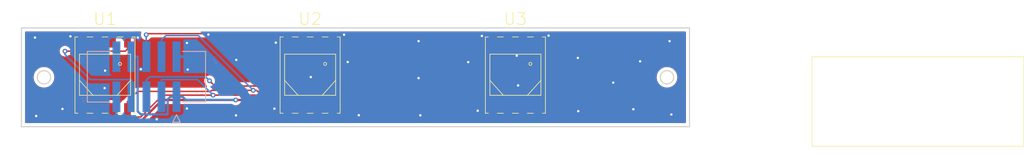
<source format=kicad_pcb>
(kicad_pcb (version 20171130) (host pcbnew "(5.1.5)-3")

  (general
    (thickness 1.6)
    (drawings 97)
    (tracks 162)
    (zones 0)
    (modules 4)
    (nets 18)
  )

  (page A4)
  (layers
    (0 F.Cu signal)
    (31 B.Cu signal)
    (32 B.Adhes user)
    (33 F.Adhes user)
    (34 B.Paste user)
    (35 F.Paste user)
    (36 B.SilkS user)
    (37 F.SilkS user)
    (38 B.Mask user)
    (39 F.Mask user)
    (40 Dwgs.User user)
    (41 Cmts.User user)
    (42 Eco1.User user)
    (43 Eco2.User user)
    (44 Edge.Cuts user)
    (45 Margin user)
    (46 B.CrtYd user)
    (47 F.CrtYd user)
    (48 B.Fab user)
    (49 F.Fab user)
  )

  (setup
    (last_trace_width 0.381)
    (user_trace_width 0.2032)
    (user_trace_width 0.254)
    (user_trace_width 0.381)
    (user_trace_width 0.508)
    (trace_clearance 0.2)
    (zone_clearance 0.508)
    (zone_45_only no)
    (trace_min 0.2)
    (via_size 0.8)
    (via_drill 0.4)
    (via_min_size 0.4)
    (via_min_drill 0.3)
    (uvia_size 0.3)
    (uvia_drill 0.1)
    (uvias_allowed no)
    (uvia_min_size 0.2)
    (uvia_min_drill 0.1)
    (edge_width 0.05)
    (segment_width 0.2)
    (pcb_text_width 0.3)
    (pcb_text_size 1.5 1.5)
    (mod_edge_width 0.12)
    (mod_text_size 1 1)
    (mod_text_width 0.15)
    (pad_size 1.524 1.524)
    (pad_drill 0.762)
    (pad_to_mask_clearance 0.051)
    (solder_mask_min_width 0.25)
    (aux_axis_origin 0 0)
    (visible_elements 7FFFFFFF)
    (pcbplotparams
      (layerselection 0x010fc_ffffffff)
      (usegerberextensions false)
      (usegerberattributes false)
      (usegerberadvancedattributes false)
      (creategerberjobfile false)
      (excludeedgelayer true)
      (linewidth 0.100000)
      (plotframeref false)
      (viasonmask false)
      (mode 1)
      (useauxorigin false)
      (hpglpennumber 1)
      (hpglpenspeed 20)
      (hpglpendiameter 15.000000)
      (psnegative false)
      (psa4output false)
      (plotreference true)
      (plotvalue true)
      (plotinvisibletext false)
      (padsonsilk false)
      (subtractmaskfromsilk false)
      (outputformat 1)
      (mirror false)
      (drillshape 1)
      (scaleselection 1)
      (outputdirectory ""))
  )

  (net 0 "")
  (net 1 "Net-(U1-Pad6)")
  (net 2 "Net-(U1-Pad7)")
  (net 3 "Net-(U1-Pad8)")
  (net 4 SS0)
  (net 5 SCLK)
  (net 6 MISO)
  (net 7 GND)
  (net 8 SS1)
  (net 9 "Net-(U2-Pad6)")
  (net 10 "Net-(U2-Pad7)")
  (net 11 "Net-(U2-Pad8)")
  (net 12 SS2)
  (net 13 "Net-(U3-Pad6)")
  (net 14 "Net-(U3-Pad7)")
  (net 15 "Net-(U3-Pad8)")
  (net 16 +3V3)
  (net 17 "Net-(J1-Pad10)")

  (net_class Default "This is the default net class."
    (clearance 0.2)
    (trace_width 0.25)
    (via_dia 0.8)
    (via_drill 0.4)
    (uvia_dia 0.3)
    (uvia_drill 0.1)
    (add_net +3V3)
    (add_net GND)
    (add_net MISO)
    (add_net "Net-(J1-Pad10)")
    (add_net "Net-(U1-Pad6)")
    (add_net "Net-(U1-Pad7)")
    (add_net "Net-(U1-Pad8)")
    (add_net "Net-(U2-Pad6)")
    (add_net "Net-(U2-Pad7)")
    (add_net "Net-(U2-Pad8)")
    (add_net "Net-(U3-Pad6)")
    (add_net "Net-(U3-Pad7)")
    (add_net "Net-(U3-Pad8)")
    (add_net SCLK)
    (add_net SS0)
    (add_net SS1)
    (add_net SS2)
  )

  (module "Pressure Sensor:SMT-NN" (layer F.Cu) (tedit 5DE832CD) (tstamp 5E2A3FE0)
    (at 99.213 94.615)
    (path /5E1EC52D)
    (fp_text reference U2 (at 0 -10.414) (layer F.SilkS)
      (effects (font (size 2 2) (thickness 0.15)))
    )
    (fp_text value PressureSensor (at 0 7.62) (layer F.Fab)
      (effects (font (size 2 2) (thickness 0.15)))
    )
    (fp_circle (center 2.54 -2.794) (end 2.54 -3.048) (layer F.SilkS) (width 0.12))
    (fp_line (start 2.032 2.54) (end 4.318 0) (layer F.SilkS) (width 0.12))
    (fp_line (start -4.318 0) (end -2.032 2.54) (layer F.SilkS) (width 0.12))
    (fp_line (start -4.318 2.54) (end -4.318 -4.45) (layer F.SilkS) (width 0.12))
    (fp_line (start 4.318 2.54) (end -4.318 2.54) (layer F.SilkS) (width 0.12))
    (fp_line (start 4.318 -4.45) (end 4.318 2.54) (layer F.SilkS) (width 0.12))
    (fp_line (start -4.318 -4.45) (end 4.318 -4.45) (layer F.SilkS) (width 0.12))
    (fp_line (start 5.08 5.588) (end 4.572 5.588) (layer F.SilkS) (width 0.12))
    (fp_line (start 5.08 -7.366) (end 5.08 5.588) (layer F.SilkS) (width 0.12))
    (fp_line (start 4.572 -7.366) (end 5.08 -7.366) (layer F.SilkS) (width 0.12))
    (fp_line (start 2.032 -7.366) (end 3.048 -7.366) (layer F.SilkS) (width 0.12))
    (fp_line (start -0.508 -7.366) (end 0.508 -7.366) (layer F.SilkS) (width 0.12))
    (fp_line (start -3.048 -7.366) (end -2.032 -7.366) (layer F.SilkS) (width 0.12))
    (fp_line (start -4.572 -7.366) (end -5.08 -7.366) (layer F.SilkS) (width 0.12))
    (fp_line (start -5.08 5.588) (end -5.08 -7.366) (layer F.SilkS) (width 0.12))
    (fp_line (start -4.826 5.588) (end -5.08 5.588) (layer F.SilkS) (width 0.12))
    (fp_line (start 2.032 5.588) (end 3.048 5.588) (layer F.SilkS) (width 0.12))
    (fp_line (start -0.508 5.588) (end 0.508 5.588) (layer F.SilkS) (width 0.12))
    (fp_line (start -2.032 5.588) (end -3.048 5.588) (layer F.SilkS) (width 0.12))
    (fp_line (start -4.826 5.588) (end -4.572 5.588) (layer F.SilkS) (width 0.12))
    (pad 5 smd rect (at 3.806 -6.582) (size 1.143 2.032) (layers F.Cu F.Paste F.Mask)
      (net 8 SS1))
    (pad 6 smd rect (at 1.266 -6.582) (size 1.143 2.032) (layers F.Cu F.Paste F.Mask)
      (net 9 "Net-(U2-Pad6)"))
    (pad 7 smd rect (at -1.274 -6.582) (size 1.143 2.032) (layers F.Cu F.Paste F.Mask)
      (net 10 "Net-(U2-Pad7)"))
    (pad 8 smd rect (at -3.814 -6.582) (size 1.143 2.032) (layers F.Cu F.Paste F.Mask)
      (net 11 "Net-(U2-Pad8)"))
    (pad 4 smd rect (at 3.806 4.878) (size 1.143 2.032) (layers F.Cu F.Paste F.Mask)
      (net 5 SCLK))
    (pad 3 smd rect (at 1.266 4.878) (size 1.143 2.032) (layers F.Cu F.Paste F.Mask)
      (net 6 MISO))
    (pad 2 smd rect (at -1.274 4.878) (size 1.143 2.032) (layers F.Cu F.Paste F.Mask)
      (net 16 +3V3))
    (pad 1 smd rect (at -3.814 4.878) (size 1.143 2.032) (layers F.Cu F.Paste F.Mask)
      (net 7 GND))
  )

  (module "Pressure Sensor:3M_N2510-6V0C-RB-WD" (layer B.Cu) (tedit 5E2A8F3F) (tstamp 5E337C80)
    (at 71.515 94 180)
    (path /5E33D397)
    (fp_text reference J1 (at 0.48349 7.58307 180) (layer B.SilkS)
      (effects (font (size 1.643008 1.643008) (thickness 0.015)) (justify mirror))
    )
    (fp_text value Conn_01x10 (at 14.378645 -7.405615 180) (layer B.Fab)
      (effects (font (size 1.643157 1.643157) (thickness 0.015)) (justify mirror))
    )
    (fp_line (start 6.0706 -4.2926) (end 10.0076 -4.2926) (layer B.SilkS) (width 0.1524))
    (fp_line (start -5.08 -6.4516) (end -4.445 -7.7216) (layer B.SilkS) (width 0.1524))
    (fp_line (start -4.445 -7.7216) (end -5.715 -7.7216) (layer B.SilkS) (width 0.1524))
    (fp_line (start -5.715 -7.7216) (end -5.08 -6.4516) (layer B.SilkS) (width 0.1524))
    (fp_line (start -10.0076 4.2926) (end -10.0076 -4.2926) (layer B.SilkS) (width 0.1524))
    (fp_line (start -10.0076 -4.2926) (end -6.0706 -4.2926) (layer B.SilkS) (width 0.1524))
    (fp_line (start 10.0076 -4.2926) (end 10.0076 4.2926) (layer B.SilkS) (width 0.1524))
    (fp_line (start 10.0076 4.2926) (end 6.0706 4.2926) (layer B.SilkS) (width 0.1524))
    (fp_line (start -6.0706 4.2926) (end -10.0076 4.2926) (layer B.SilkS) (width 0.1524))
    (fp_text user 2 (at -11.6636 2.76978 180) (layer B.SilkS)
      (effects (font (size 1.000425 1.000425) (thickness 0.015)) (justify mirror))
    )
    (fp_text user 1 (at -11.6808 -4.0463 180) (layer B.SilkS)
      (effects (font (size 1.001906 1.001906) (thickness 0.015)) (justify mirror))
    )
    (fp_text user 10 (at 10.5308 2.77259 180) (layer B.SilkS)
      (effects (font (size 1.001441 1.001441) (thickness 0.015)) (justify mirror))
    )
    (fp_text user 9 (at 10.5254 -4.04237 180) (layer B.SilkS)
      (effects (font (size 1.000937 1.000937) (thickness 0.015)) (justify mirror))
    )
    (fp_line (start -5.08 -6.4516) (end -4.445 -7.7216) (layer B.Fab) (width 0.1524))
    (fp_line (start -4.445 -7.7216) (end -5.715 -7.7216) (layer B.Fab) (width 0.1524))
    (fp_line (start -5.715 -7.7216) (end -5.08 -6.4516) (layer B.Fab) (width 0.1524))
    (fp_line (start -10.0076 4.2926) (end -10.0076 -4.2926) (layer B.Fab) (width 0.1524))
    (fp_line (start -10.0076 -4.2926) (end 10.0076 -4.2926) (layer B.Fab) (width 0.1524))
    (fp_line (start 10.0076 -4.2926) (end 10.0076 4.2926) (layer B.Fab) (width 0.1524))
    (fp_line (start 10.0076 4.2926) (end -10.0076 4.2926) (layer B.Fab) (width 0.1524))
    (fp_text user 2 (at -11.6783 2.77328 180) (layer B.Fab)
      (effects (font (size 1.001693 1.001693) (thickness 0.015)) (justify mirror))
    )
    (fp_text user 1 (at -11.675 -4.04429 180) (layer B.Fab)
      (effects (font (size 1.001409 1.001409) (thickness 0.015)) (justify mirror))
    )
    (fp_text user 10 (at 10.5308 2.77259 180) (layer B.Fab)
      (effects (font (size 1.001441 1.001441) (thickness 0.015)) (justify mirror))
    )
    (fp_text user 9 (at 10.5181 -4.03956 180) (layer B.Fab)
      (effects (font (size 1.000236 1.000236) (thickness 0.015)) (justify mirror))
    )
    (pad 1 smd rect (at -5.08 -3.4036 180) (size 1.3208 5.1816) (layers B.Cu B.Paste B.Mask)
      (net 16 +3V3))
    (pad 2 smd rect (at -5.08 3.4036 180) (size 1.3208 5.1816) (layers B.Cu B.Paste B.Mask)
      (net 7 GND))
    (pad 3 smd rect (at -2.54 -3.4036 180) (size 1.3208 5.1816) (layers B.Cu B.Paste B.Mask)
      (net 6 MISO))
    (pad 4 smd rect (at -2.54 3.4036 180) (size 1.3208 5.1816) (layers B.Cu B.Paste B.Mask)
      (net 5 SCLK))
    (pad 5 smd rect (at 0 -3.4036 180) (size 1.3208 5.1816) (layers B.Cu B.Paste B.Mask)
      (net 12 SS2))
    (pad 6 smd rect (at 0 3.4036 180) (size 1.3208 5.1816) (layers B.Cu B.Paste B.Mask)
      (net 8 SS1))
    (pad 7 smd rect (at 2.54 -3.4036 180) (size 1.3208 5.1816) (layers B.Cu B.Paste B.Mask)
      (net 4 SS0))
    (pad 8 smd rect (at 2.54 3.4036 180) (size 1.3208 5.1816) (layers B.Cu B.Paste B.Mask)
      (net 16 +3V3))
    (pad 9 smd rect (at 5.08 -3.4036 180) (size 1.3208 5.1816) (layers B.Cu B.Paste B.Mask)
      (net 7 GND))
    (pad 10 smd rect (at 5.08 3.4036 180) (size 1.3208 5.1816) (layers B.Cu B.Paste B.Mask)
      (net 17 "Net-(J1-Pad10)"))
  )

  (module "Pressure Sensor:SMT-NN" (layer F.Cu) (tedit 5DE832CD) (tstamp 5E218F53)
    (at 133.9342 94.615)
    (path /5E1ED1B9)
    (fp_text reference U3 (at 0 -10.414) (layer F.SilkS)
      (effects (font (size 2 2) (thickness 0.15)))
    )
    (fp_text value PressureSensor (at 0 7.62) (layer F.Fab)
      (effects (font (size 2 2) (thickness 0.15)))
    )
    (fp_circle (center 2.54 -2.794) (end 2.54 -3.048) (layer F.SilkS) (width 0.12))
    (fp_line (start 2.032 2.54) (end 4.318 0) (layer F.SilkS) (width 0.12))
    (fp_line (start -4.318 0) (end -2.032 2.54) (layer F.SilkS) (width 0.12))
    (fp_line (start -4.318 2.54) (end -4.318 -4.45) (layer F.SilkS) (width 0.12))
    (fp_line (start 4.318 2.54) (end -4.318 2.54) (layer F.SilkS) (width 0.12))
    (fp_line (start 4.318 -4.45) (end 4.318 2.54) (layer F.SilkS) (width 0.12))
    (fp_line (start -4.318 -4.45) (end 4.318 -4.45) (layer F.SilkS) (width 0.12))
    (fp_line (start 5.08 5.588) (end 4.572 5.588) (layer F.SilkS) (width 0.12))
    (fp_line (start 5.08 -7.366) (end 5.08 5.588) (layer F.SilkS) (width 0.12))
    (fp_line (start 4.572 -7.366) (end 5.08 -7.366) (layer F.SilkS) (width 0.12))
    (fp_line (start 2.032 -7.366) (end 3.048 -7.366) (layer F.SilkS) (width 0.12))
    (fp_line (start -0.508 -7.366) (end 0.508 -7.366) (layer F.SilkS) (width 0.12))
    (fp_line (start -3.048 -7.366) (end -2.032 -7.366) (layer F.SilkS) (width 0.12))
    (fp_line (start -4.572 -7.366) (end -5.08 -7.366) (layer F.SilkS) (width 0.12))
    (fp_line (start -5.08 5.588) (end -5.08 -7.366) (layer F.SilkS) (width 0.12))
    (fp_line (start -4.826 5.588) (end -5.08 5.588) (layer F.SilkS) (width 0.12))
    (fp_line (start 2.032 5.588) (end 3.048 5.588) (layer F.SilkS) (width 0.12))
    (fp_line (start -0.508 5.588) (end 0.508 5.588) (layer F.SilkS) (width 0.12))
    (fp_line (start -2.032 5.588) (end -3.048 5.588) (layer F.SilkS) (width 0.12))
    (fp_line (start -4.826 5.588) (end -4.572 5.588) (layer F.SilkS) (width 0.12))
    (pad 5 smd rect (at 3.806 -6.582) (size 1.143 2.032) (layers F.Cu F.Paste F.Mask)
      (net 12 SS2))
    (pad 6 smd rect (at 1.266 -6.582) (size 1.143 2.032) (layers F.Cu F.Paste F.Mask)
      (net 13 "Net-(U3-Pad6)"))
    (pad 7 smd rect (at -1.274 -6.582) (size 1.143 2.032) (layers F.Cu F.Paste F.Mask)
      (net 14 "Net-(U3-Pad7)"))
    (pad 8 smd rect (at -3.814 -6.582) (size 1.143 2.032) (layers F.Cu F.Paste F.Mask)
      (net 15 "Net-(U3-Pad8)"))
    (pad 4 smd rect (at 3.806 4.878) (size 1.143 2.032) (layers F.Cu F.Paste F.Mask)
      (net 5 SCLK))
    (pad 3 smd rect (at 1.266 4.878) (size 1.143 2.032) (layers F.Cu F.Paste F.Mask)
      (net 6 MISO))
    (pad 2 smd rect (at -1.274 4.878) (size 1.143 2.032) (layers F.Cu F.Paste F.Mask)
      (net 16 +3V3))
    (pad 1 smd rect (at -3.814 4.878) (size 1.143 2.032) (layers F.Cu F.Paste F.Mask)
      (net 7 GND))
  )

  (module "Pressure Sensor:SMT-NN" (layer F.Cu) (tedit 5DE832CD) (tstamp 5E2A3C2B)
    (at 64.49968 94.6138)
    (path /5E1F0183)
    (fp_text reference U1 (at 0 -10.414) (layer F.SilkS)
      (effects (font (size 2 2) (thickness 0.15)))
    )
    (fp_text value PressureSensor (at 0 7.62) (layer F.Fab)
      (effects (font (size 2 2) (thickness 0.15)))
    )
    (fp_circle (center 2.54 -2.794) (end 2.54 -3.048) (layer F.SilkS) (width 0.12))
    (fp_line (start 2.032 2.54) (end 4.318 0) (layer F.SilkS) (width 0.12))
    (fp_line (start -4.318 0) (end -2.032 2.54) (layer F.SilkS) (width 0.12))
    (fp_line (start -4.318 2.54) (end -4.318 -4.45) (layer F.SilkS) (width 0.12))
    (fp_line (start 4.318 2.54) (end -4.318 2.54) (layer F.SilkS) (width 0.12))
    (fp_line (start 4.318 -4.45) (end 4.318 2.54) (layer F.SilkS) (width 0.12))
    (fp_line (start -4.318 -4.45) (end 4.318 -4.45) (layer F.SilkS) (width 0.12))
    (fp_line (start 5.08 5.588) (end 4.572 5.588) (layer F.SilkS) (width 0.12))
    (fp_line (start 5.08 -7.366) (end 5.08 5.588) (layer F.SilkS) (width 0.12))
    (fp_line (start 4.572 -7.366) (end 5.08 -7.366) (layer F.SilkS) (width 0.12))
    (fp_line (start 2.032 -7.366) (end 3.048 -7.366) (layer F.SilkS) (width 0.12))
    (fp_line (start -0.508 -7.366) (end 0.508 -7.366) (layer F.SilkS) (width 0.12))
    (fp_line (start -3.048 -7.366) (end -2.032 -7.366) (layer F.SilkS) (width 0.12))
    (fp_line (start -4.572 -7.366) (end -5.08 -7.366) (layer F.SilkS) (width 0.12))
    (fp_line (start -5.08 5.588) (end -5.08 -7.366) (layer F.SilkS) (width 0.12))
    (fp_line (start -4.826 5.588) (end -5.08 5.588) (layer F.SilkS) (width 0.12))
    (fp_line (start 2.032 5.588) (end 3.048 5.588) (layer F.SilkS) (width 0.12))
    (fp_line (start -0.508 5.588) (end 0.508 5.588) (layer F.SilkS) (width 0.12))
    (fp_line (start -2.032 5.588) (end -3.048 5.588) (layer F.SilkS) (width 0.12))
    (fp_line (start -4.826 5.588) (end -4.572 5.588) (layer F.SilkS) (width 0.12))
    (pad 5 smd rect (at 3.806 -6.582) (size 1.143 2.032) (layers F.Cu F.Paste F.Mask)
      (net 4 SS0))
    (pad 6 smd rect (at 1.266 -6.582) (size 1.143 2.032) (layers F.Cu F.Paste F.Mask)
      (net 1 "Net-(U1-Pad6)"))
    (pad 7 smd rect (at -1.274 -6.582) (size 1.143 2.032) (layers F.Cu F.Paste F.Mask)
      (net 2 "Net-(U1-Pad7)"))
    (pad 8 smd rect (at -3.814 -6.582) (size 1.143 2.032) (layers F.Cu F.Paste F.Mask)
      (net 3 "Net-(U1-Pad8)"))
    (pad 4 smd rect (at 3.806 4.878) (size 1.143 2.032) (layers F.Cu F.Paste F.Mask)
      (net 5 SCLK))
    (pad 3 smd rect (at 1.266 4.878) (size 1.143 2.032) (layers F.Cu F.Paste F.Mask)
      (net 6 MISO))
    (pad 2 smd rect (at -1.274 4.878) (size 1.143 2.032) (layers F.Cu F.Paste F.Mask)
      (net 16 +3V3))
    (pad 1 smd rect (at -3.814 4.878) (size 1.143 2.032) (layers F.Cu F.Paste F.Mask)
      (net 7 GND))
  )

  (gr_line (start 163.3946 85.713125) (end 50.364601 85.713125) (layer Edge.Cuts) (width 0.2))
  (gr_line (start 135.9372 87.038116) (end 135.9372 90.218116) (layer Dwgs.User) (width 0.2))
  (gr_line (start 138.2486 87.038116) (end 138.2486 90.218116) (layer Dwgs.User) (width 0.2))
  (gr_line (start 133.1686 100.378116) (end 133.3972 100.378116) (layer Dwgs.User) (width 0.2))
  (gr_line (start 138.2486 100.378116) (end 138.4772 100.378116) (layer Dwgs.User) (width 0.2))
  (gr_line (start 98.116601 100.378116) (end 98.345201 100.378116) (layer Dwgs.User) (width 0.2))
  (gr_line (start 95.805201 97.208116) (end 95.805201 100.378116) (layer Dwgs.User) (width 0.2))
  (gr_line (start 95.576601 100.378116) (end 95.805201 100.378116) (layer Dwgs.User) (width 0.2))
  (gr_line (start 95.576601 87.038116) (end 95.576601 90.218116) (layer Dwgs.User) (width 0.2))
  (gr_line (start 60.524601 87.038116) (end 60.524601 90.218116) (layer Dwgs.User) (width 0.2))
  (gr_line (start 139.181266 87.038116) (end 128.681266 87.038116) (layer Dwgs.User) (width 0.2))
  (gr_line (start 133.3972 87.038116) (end 133.3972 90.218116) (layer Dwgs.User) (width 0.2))
  (gr_line (start 138.2486 97.208116) (end 138.2486 100.378116) (layer Dwgs.User) (width 0.2))
  (gr_line (start 133.1686 97.208116) (end 133.1686 100.378116) (layer Dwgs.User) (width 0.2))
  (gr_line (start 95.576601 97.208116) (end 95.576601 100.378116) (layer Dwgs.User) (width 0.2))
  (gr_line (start 135.7086 100.378116) (end 135.9372 100.378116) (layer Dwgs.User) (width 0.2))
  (gr_line (start 104.467934 87.038116) (end 93.967934 87.038116) (layer Dwgs.User) (width 0.2))
  (gr_line (start 98.116601 87.038116) (end 98.116601 90.218116) (layer Dwgs.User) (width 0.2))
  (gr_line (start 95.805201 87.038116) (end 95.805201 90.218116) (layer Dwgs.User) (width 0.2))
  (gr_line (start 100.885201 87.038116) (end 100.885201 90.218116) (layer Dwgs.User) (width 0.2))
  (gr_line (start 103.196601 87.038116) (end 103.196601 90.218116) (layer Dwgs.User) (width 0.2))
  (gr_line (start 135.9372 97.208116) (end 135.9372 100.378116) (layer Dwgs.User) (width 0.2))
  (gr_line (start 138.4772 87.038116) (end 138.4772 90.218116) (layer Dwgs.User) (width 0.2))
  (gr_line (start 135.7086 97.208116) (end 135.7086 100.378116) (layer Dwgs.User) (width 0.2))
  (gr_line (start 135.7086 87.038116) (end 135.7086 90.218116) (layer Dwgs.User) (width 0.2))
  (gr_line (start 128.681266 100.388116) (end 139.181266 100.388116) (layer Dwgs.User) (width 0.2))
  (gr_line (start 130.6286 97.208116) (end 130.6286 100.378116) (layer Dwgs.User) (width 0.2))
  (gr_line (start 138.4772 97.208116) (end 138.4772 100.378116) (layer Dwgs.User) (width 0.2))
  (gr_line (start 133.3972 97.208116) (end 133.3972 100.378116) (layer Dwgs.User) (width 0.2))
  (gr_line (start 130.6286 87.038116) (end 130.6286 90.218116) (layer Dwgs.User) (width 0.2))
  (gr_line (start 63.293201 87.038116) (end 63.293201 90.218116) (layer Dwgs.User) (width 0.2))
  (gr_line (start 103.425201 87.038116) (end 103.425201 90.218116) (layer Dwgs.User) (width 0.2))
  (gr_line (start 59.254601 96.700116) (end 69.754601 96.700116) (layer Dwgs.User) (width 0.2))
  (gr_line (start 133.1686 87.038116) (end 133.1686 90.218116) (layer Dwgs.User) (width 0.2))
  (gr_line (start 93.967934 90.218116) (end 104.467934 90.218116) (layer Dwgs.User) (width 0.2))
  (gr_line (start 100.656601 87.038116) (end 100.656601 90.218116) (layer Dwgs.User) (width 0.2))
  (gr_line (start 69.754601 90.726116) (end 59.254601 90.726116) (layer Dwgs.User) (width 0.2))
  (gr_line (start 59.254601 90.218116) (end 69.754601 90.218116) (layer Dwgs.User) (width 0.2))
  (gr_line (start 104.467934 100.388116) (end 104.467934 87.038116) (layer Dwgs.User) (width 0.2))
  (gr_line (start 104.467934 97.208116) (end 93.967934 97.208116) (layer Dwgs.User) (width 0.2))
  (gr_line (start 128.681266 87.038116) (end 128.681266 100.388116) (layer Dwgs.User) (width 0.2))
  (gr_line (start 139.181266 97.208116) (end 128.681266 97.208116) (layer Dwgs.User) (width 0.2))
  (gr_line (start 104.467934 90.726116) (end 93.967934 90.726116) (layer Dwgs.User) (width 0.2))
  (gr_line (start 139.181266 90.726116) (end 128.681266 90.726116) (layer Dwgs.User) (width 0.2))
  (gr_line (start 128.681266 90.218116) (end 139.181266 90.218116) (layer Dwgs.User) (width 0.2))
  (gr_circle (center 54.174601 94.095125) (end 55.304901 94.095125) (layer Edge.Cuts) (width 0.2))
  (gr_line (start 130.8572 97.208116) (end 130.8572 100.378116) (layer Dwgs.User) (width 0.2))
  (gr_line (start 130.6286 100.378116) (end 130.8572 100.378116) (layer Dwgs.User) (width 0.2))
  (gr_line (start 59.254601 87.038116) (end 59.254601 100.388116) (layer Dwgs.User) (width 0.2))
  (gr_line (start 128.681266 96.700116) (end 139.181266 96.700116) (layer Dwgs.User) (width 0.2))
  (gr_line (start 65.604601 87.038116) (end 65.604601 90.218116) (layer Dwgs.User) (width 0.2))
  (gr_line (start 130.8572 87.038116) (end 130.8572 90.218116) (layer Dwgs.User) (width 0.2))
  (gr_line (start 69.754601 100.388116) (end 69.754601 87.038116) (layer Dwgs.User) (width 0.2))
  (gr_line (start 93.967934 96.700116) (end 104.467934 96.700116) (layer Dwgs.User) (width 0.2))
  (gr_circle (center 159.5846 94.095125) (end 160.7149 94.095125) (layer Edge.Cuts) (width 0.2))
  (gr_line (start 98.345201 87.038116) (end 98.345201 90.218116) (layer Dwgs.User) (width 0.2))
  (gr_circle (center 134.057386 93.713116) (end 134.311386 93.713116) (layer Dwgs.User) (width 0.2))
  (gr_line (start 63.064601 87.038116) (end 63.064601 90.218116) (layer Dwgs.User) (width 0.2))
  (gr_circle (center 99.280994 93.713116) (end 99.534994 93.713116) (layer Dwgs.User) (width 0.2))
  (gr_line (start 60.753201 87.038116) (end 60.753201 90.218116) (layer Dwgs.User) (width 0.2))
  (gr_line (start 69.754601 97.208116) (end 59.254601 97.208116) (layer Dwgs.User) (width 0.2))
  (gr_line (start 93.967934 87.038116) (end 93.967934 100.388116) (layer Dwgs.User) (width 0.2))
  (gr_line (start 139.181266 100.388116) (end 139.181266 87.038116) (layer Dwgs.User) (width 0.2))
  (gr_circle (center 64.504601 93.713116) (end 64.758601 93.713116) (layer Dwgs.User) (width 0.2))
  (gr_line (start 63.064601 100.378116) (end 63.064601 97.208116) (layer Dwgs.User) (width 0.2))
  (gr_line (start 63.064601 100.378116) (end 63.293201 100.378116) (layer Dwgs.User) (width 0.2))
  (gr_line (start 98.116601 97.208116) (end 98.116601 100.378116) (layer Dwgs.User) (width 0.2))
  (gr_line (start 65.604601 100.378116) (end 65.833201 100.378116) (layer Dwgs.User) (width 0.2))
  (gr_line (start 69.754601 87.038116) (end 59.254601 87.038116) (layer Dwgs.User) (width 0.2))
  (gr_line (start 100.885201 97.208116) (end 100.885201 100.378116) (layer Dwgs.User) (width 0.2))
  (gr_line (start 68.144601 87.038116) (end 68.144601 90.218116) (layer Dwgs.User) (width 0.2))
  (gr_line (start 103.196601 97.208116) (end 103.196601 100.378116) (layer Dwgs.User) (width 0.2))
  (gr_line (start 65.833201 87.038116) (end 65.833201 90.218116) (layer Dwgs.User) (width 0.2))
  (gr_line (start 103.196601 100.378116) (end 103.425201 100.378116) (layer Dwgs.User) (width 0.2))
  (gr_line (start 68.144601 100.378116) (end 68.373201 100.378116) (layer Dwgs.User) (width 0.2))
  (gr_line (start 163.3946 102.477125) (end 163.3946 85.713125) (layer Edge.Cuts) (width 0.2))
  (gr_line (start 65.833201 100.378116) (end 65.833201 97.208116) (layer Dwgs.User) (width 0.2))
  (gr_line (start 50.364601 102.477125) (end 163.3946 102.477125) (layer Edge.Cuts) (width 0.2))
  (gr_line (start 59.254601 100.388116) (end 69.754601 100.388116) (layer Dwgs.User) (width 0.2))
  (gr_line (start 100.656601 97.208116) (end 100.656601 100.378116) (layer Dwgs.User) (width 0.2))
  (gr_line (start 65.604601 100.378116) (end 65.604601 97.208116) (layer Dwgs.User) (width 0.2))
  (gr_line (start 93.967934 100.388116) (end 104.467934 100.388116) (layer Dwgs.User) (width 0.2))
  (gr_line (start 63.293201 100.378116) (end 63.293201 97.208116) (layer Dwgs.User) (width 0.2))
  (gr_line (start 103.425201 97.208116) (end 103.425201 100.378116) (layer Dwgs.User) (width 0.2))
  (gr_line (start 50.364601 85.713125) (end 50.364601 102.477125) (layer Edge.Cuts) (width 0.2))
  (gr_line (start 68.373201 87.038116) (end 68.373201 90.218116) (layer Dwgs.User) (width 0.2))
  (gr_line (start 60.753201 100.378116) (end 60.753201 97.208116) (layer Dwgs.User) (width 0.2))
  (gr_line (start 60.524601 100.378116) (end 60.524601 97.208116) (layer Dwgs.User) (width 0.2))
  (gr_line (start 98.345201 97.208116) (end 98.345201 100.378116) (layer Dwgs.User) (width 0.2))
  (gr_line (start 100.656601 100.378116) (end 100.885201 100.378116) (layer Dwgs.User) (width 0.2))
  (gr_line (start 68.144601 100.378116) (end 68.144601 97.208116) (layer Dwgs.User) (width 0.2))
  (gr_line (start 60.524601 100.378116) (end 60.753201 100.378116) (layer Dwgs.User) (width 0.2))
  (gr_line (start 68.373201 100.378116) (end 68.373201 97.208116) (layer Dwgs.User) (width 0.2))
  (gr_line (start 184.15 105.802) (end 219.95 105.802) (layer F.SilkS) (width 0.12) (tstamp 5E219427))
  (gr_line (start 184.15 90.602) (end 219.95 90.602) (layer F.SilkS) (width 0.12))
  (gr_line (start 219.95 90.602) (end 219.95 105.802) (layer F.SilkS) (width 0.12) (tstamp 5E21941D))
  (gr_line (start 184.15 90.602) (end 184.15 105.802) (layer F.SilkS) (width 0.12))

  (via (at 57.7342 89.662) (size 0.8) (drill 0.4) (layers F.Cu B.Cu) (net 4))
  (segment (start 68.30568 88.0318) (end 68.30568 89.3018) (width 0.254) (layer F.Cu) (net 4))
  (segment (start 67.94548 89.662) (end 57.7342 89.662) (width 0.254) (layer F.Cu) (net 4))
  (segment (start 68.30568 89.3018) (end 67.94548 89.662) (width 0.254) (layer F.Cu) (net 4))
  (segment (start 68.975 94.5588) (end 68.975 97.4036) (width 0.254) (layer B.Cu) (net 4))
  (segment (start 68.901999 94.485799) (end 68.975 94.5588) (width 0.254) (layer B.Cu) (net 4))
  (segment (start 61.992314 94.485799) (end 68.901999 94.485799) (width 0.254) (layer B.Cu) (net 4))
  (segment (start 57.7342 90.227685) (end 61.992314 94.485799) (width 0.254) (layer B.Cu) (net 4))
  (segment (start 57.7342 89.662) (end 57.7342 90.227685) (width 0.254) (layer B.Cu) (net 4))
  (segment (start 103.019 98.223) (end 103.019 99.493) (width 0.254) (layer F.Cu) (net 5))
  (via (at 89.5858 96.30721) (size 0.8) (drill 0.4) (layers F.Cu B.Cu) (net 5))
  (segment (start 89.6112 96.1136) (end 89.6112 96.28181) (width 0.254) (layer F.Cu) (net 5))
  (segment (start 74.055 90.5964) (end 74.055 87.7516) (width 0.254) (layer B.Cu) (net 5))
  (segment (start 74.055 87.7516) (end 74.7862 87.0204) (width 0.254) (layer B.Cu) (net 5))
  (segment (start 80.29899 87.0204) (end 89.185801 95.907211) (width 0.254) (layer B.Cu) (net 5))
  (segment (start 74.7862 87.0204) (end 80.29899 87.0204) (width 0.254) (layer B.Cu) (net 5))
  (segment (start 89.6112 96.28181) (end 89.5858 96.30721) (width 0.254) (layer F.Cu) (net 5))
  (segment (start 89.185801 95.907211) (end 89.5858 96.30721) (width 0.254) (layer B.Cu) (net 5))
  (segment (start 82.38416 96.485001) (end 82.561951 96.30721) (width 0.254) (layer F.Cu) (net 5))
  (segment (start 70.042479 96.485001) (end 82.38416 96.485001) (width 0.254) (layer F.Cu) (net 5))
  (segment (start 68.30568 98.2218) (end 70.042479 96.485001) (width 0.254) (layer F.Cu) (net 5))
  (segment (start 82.561951 96.30721) (end 89.020115 96.30721) (width 0.254) (layer F.Cu) (net 5))
  (segment (start 89.020115 96.30721) (end 89.5858 96.30721) (width 0.254) (layer F.Cu) (net 5))
  (segment (start 68.30568 99.4918) (end 68.30568 98.2218) (width 0.254) (layer F.Cu) (net 5))
  (segment (start 137.7402 98.223) (end 137.7402 99.493) (width 0.254) (layer F.Cu) (net 5))
  (segment (start 136.596 97.0788) (end 137.7402 98.223) (width 0.254) (layer F.Cu) (net 5))
  (segment (start 103.019 98.223) (end 104.1632 97.0788) (width 0.254) (layer F.Cu) (net 5))
  (segment (start 104.1632 97.0788) (end 136.596 97.0788) (width 0.254) (layer F.Cu) (net 5))
  (segment (start 90.821475 96.9772) (end 90.151485 96.30721) (width 0.254) (layer F.Cu) (net 5))
  (segment (start 101.7732 96.9772) (end 90.821475 96.9772) (width 0.254) (layer F.Cu) (net 5))
  (segment (start 103.019 98.223) (end 101.7732 96.9772) (width 0.254) (layer F.Cu) (net 5))
  (segment (start 90.151485 96.30721) (end 89.5858 96.30721) (width 0.254) (layer F.Cu) (net 5))
  (segment (start 74.055 97.4036) (end 74.055 94.5588) (width 0.254) (layer B.Cu) (net 6))
  (via (at 82.793235 97.12649) (size 0.8) (drill 0.4) (layers F.Cu B.Cu) (net 6))
  (segment (start 80.152544 94.485799) (end 82.393236 96.726491) (width 0.254) (layer B.Cu) (net 6))
  (segment (start 74.128001 94.485799) (end 80.152544 94.485799) (width 0.254) (layer B.Cu) (net 6))
  (segment (start 74.055 94.5588) (end 74.128001 94.485799) (width 0.254) (layer B.Cu) (net 6))
  (segment (start 65.76568 100.7618) (end 65.838681 100.834801) (width 0.254) (layer F.Cu) (net 6))
  (segment (start 74.254378 97.12649) (end 82.22755 97.12649) (width 0.254) (layer F.Cu) (net 6))
  (segment (start 82.22755 97.12649) (end 82.793235 97.12649) (width 0.254) (layer F.Cu) (net 6))
  (segment (start 82.393236 96.726491) (end 82.793235 97.12649) (width 0.254) (layer B.Cu) (net 6))
  (segment (start 70.546067 100.834801) (end 74.254378 97.12649) (width 0.254) (layer F.Cu) (net 6))
  (segment (start 65.76568 99.4918) (end 65.76568 100.7618) (width 0.254) (layer F.Cu) (net 6))
  (segment (start 65.838681 100.834801) (end 70.546067 100.834801) (width 0.254) (layer F.Cu) (net 6))
  (segment (start 104.521 98.171) (end 104.521 100.167102) (width 0.254) (layer F.Cu) (net 6))
  (segment (start 100.552001 100.836001) (end 100.479 100.763) (width 0.254) (layer F.Cu) (net 6))
  (segment (start 100.479 100.763) (end 100.479 99.493) (width 0.254) (layer F.Cu) (net 6))
  (segment (start 135.2002 99.493) (end 135.2002 98.223) (width 0.254) (layer F.Cu) (net 6))
  (segment (start 104.521 100.167102) (end 103.852101 100.836001) (width 0.254) (layer F.Cu) (net 6))
  (segment (start 105.159189 97.532811) (end 104.521 98.171) (width 0.254) (layer F.Cu) (net 6))
  (segment (start 103.852101 100.836001) (end 100.552001 100.836001) (width 0.254) (layer F.Cu) (net 6))
  (segment (start 134.510011 97.532811) (end 105.159189 97.532811) (width 0.254) (layer F.Cu) (net 6))
  (segment (start 135.2002 98.223) (end 134.510011 97.532811) (width 0.254) (layer F.Cu) (net 6))
  (segment (start 100.479 98.223) (end 99.68721 97.43121) (width 0.254) (layer F.Cu) (net 6))
  (segment (start 90.633417 97.43121) (end 90.328697 97.12649) (width 0.254) (layer F.Cu) (net 6))
  (segment (start 100.479 99.493) (end 100.479 98.223) (width 0.254) (layer F.Cu) (net 6))
  (segment (start 90.328697 97.12649) (end 83.35892 97.12649) (width 0.254) (layer F.Cu) (net 6))
  (segment (start 83.35892 97.12649) (end 82.793235 97.12649) (width 0.254) (layer F.Cu) (net 6))
  (segment (start 99.68721 97.43121) (end 90.633417 97.43121) (width 0.254) (layer F.Cu) (net 6))
  (via (at 105.5624 91.4908) (size 0.8) (drill 0.4) (layers F.Cu B.Cu) (net 7))
  (via (at 93.1672 99.4156) (size 0.8) (drill 0.4) (layers F.Cu B.Cu) (net 7))
  (via (at 73.2536 101.219) (size 0.8) (drill 0.4) (layers F.Cu B.Cu) (net 7))
  (via (at 107.442 100.5332) (size 0.8) (drill 0.4) (layers F.Cu B.Cu) (net 7))
  (via (at 52.8574 100.6602) (size 0.8) (drill 0.4) (layers F.Cu B.Cu) (net 7))
  (via (at 52.6542 87.3506) (size 0.8) (drill 0.4) (layers F.Cu B.Cu) (net 7))
  (via (at 160.02 87.9602) (size 0.8) (drill 0.4) (layers F.Cu B.Cu) (net 7))
  (via (at 160.3248 100.4062) (size 0.8) (drill 0.4) (layers F.Cu B.Cu) (net 7))
  (via (at 93.3958 88.2142) (size 0.8) (drill 0.4) (layers F.Cu B.Cu) (net 7))
  (via (at 57.3024 99.4664) (size 0.8) (drill 0.4) (layers F.Cu B.Cu) (net 7))
  (via (at 58.6486 87.1474) (size 0.8) (drill 0.4) (layers F.Cu B.Cu) (net 7))
  (via (at 70.0532 87.3506) (size 0.8) (drill 0.4) (layers F.Cu B.Cu) (net 7))
  (via (at 127.5588 99.7712) (size 0.8) (drill 0.4) (layers F.Cu B.Cu) (net 7))
  (via (at 134.3914 95.4786) (size 0.8) (drill 0.4) (layers F.Cu B.Cu) (net 7))
  (via (at 134.1628 90.424) (size 0.8) (drill 0.4) (layers F.Cu B.Cu) (net 7))
  (via (at 78.359 88.265) (size 0.8) (drill 0.4) (layers F.Cu B.Cu) (net 7))
  (via (at 78.486 92.7862) (size 0.8) (drill 0.4) (layers F.Cu B.Cu) (net 7))
  (via (at 78.359 99.3902) (size 0.8) (drill 0.4) (layers F.Cu B.Cu) (net 7))
  (via (at 64.4398 95.9358) (size 0.8) (drill 0.4) (layers F.Cu B.Cu) (net 7))
  (via (at 64.516 92.964) (size 0.8) (drill 0.4) (layers F.Cu B.Cu) (net 7))
  (via (at 139.5476 87.0204) (size 0.8) (drill 0.4) (layers F.Cu B.Cu) (net 7))
  (via (at 128.27 87.0712) (size 0.8) (drill 0.4) (layers F.Cu B.Cu) (net 7))
  (via (at 117.5512 94.234) (size 0.8) (drill 0.4) (layers F.Cu B.Cu) (net 7))
  (via (at 117.5512 87.9602) (size 0.8) (drill 0.4) (layers F.Cu B.Cu) (net 7))
  (via (at 104.9528 86.868) (size 0.8) (drill 0.4) (layers F.Cu B.Cu) (net 7))
  (via (at 86.7156 91.1352) (size 0.8) (drill 0.4) (layers F.Cu B.Cu) (net 7))
  (via (at 86.6648 100.5586) (size 0.8) (drill 0.4) (layers F.Cu B.Cu) (net 7))
  (via (at 70.5612 92.7354) (size 0.8) (drill 0.4) (layers F.Cu B.Cu) (net 7))
  (via (at 117.856 100.5586) (size 0.8) (drill 0.4) (layers F.Cu B.Cu) (net 7))
  (via (at 125.9586 91.5162) (size 0.8) (drill 0.4) (layers F.Cu B.Cu) (net 7))
  (via (at 99.314 94.0562) (size 0.8) (drill 0.4) (layers F.Cu B.Cu) (net 7))
  (via (at 144.5006 90.805) (size 0.8) (drill 0.4) (layers F.Cu B.Cu) (net 7))
  (via (at 150.495 94.996) (size 0.8) (drill 0.4) (layers F.Cu B.Cu) (net 7))
  (via (at 144.5768 99.8474) (size 0.8) (drill 0.4) (layers F.Cu B.Cu) (net 7))
  (via (at 153.8986 99.5172) (size 0.8) (drill 0.4) (layers F.Cu B.Cu) (net 7))
  (via (at 155.0416 91.3892) (size 0.8) (drill 0.4) (layers F.Cu B.Cu) (net 7))
  (via (at 81.9912 86.8426) (size 0.8) (drill 0.4) (layers F.Cu B.Cu) (net 7))
  (via (at 71.4756 86.868) (size 0.8) (drill 0.4) (layers F.Cu B.Cu) (net 8))
  (segment (start 71.4756 90.557) (end 71.515 90.5964) (width 0.254) (layer B.Cu) (net 8))
  (segment (start 71.4756 86.868) (end 71.4756 90.557) (width 0.254) (layer B.Cu) (net 8))
  (segment (start 94.565698 86.6902) (end 71.6534 86.6902) (width 0.254) (layer F.Cu) (net 8))
  (segment (start 94.565899 86.689999) (end 94.565698 86.6902) (width 0.254) (layer F.Cu) (net 8))
  (segment (start 96.232101 86.689999) (end 94.565899 86.689999) (width 0.254) (layer F.Cu) (net 8))
  (segment (start 96.232302 86.6902) (end 96.232101 86.689999) (width 0.254) (layer F.Cu) (net 8))
  (segment (start 101.312302 86.6902) (end 101.312101 86.689999) (width 0.254) (layer F.Cu) (net 8))
  (segment (start 102.9462 86.6902) (end 101.312302 86.6902) (width 0.254) (layer F.Cu) (net 8))
  (segment (start 97.105899 86.689999) (end 97.105698 86.6902) (width 0.254) (layer F.Cu) (net 8))
  (segment (start 101.312101 86.689999) (end 99.645899 86.689999) (width 0.254) (layer F.Cu) (net 8))
  (segment (start 71.6534 86.6902) (end 71.4756 86.868) (width 0.254) (layer F.Cu) (net 8))
  (segment (start 99.645899 86.689999) (end 99.645698 86.6902) (width 0.254) (layer F.Cu) (net 8))
  (segment (start 103.019 88.033) (end 103.019 86.763) (width 0.254) (layer F.Cu) (net 8))
  (segment (start 99.645698 86.6902) (end 98.772302 86.6902) (width 0.254) (layer F.Cu) (net 8))
  (segment (start 103.019 86.763) (end 102.9462 86.6902) (width 0.254) (layer F.Cu) (net 8))
  (segment (start 98.772101 86.689999) (end 97.105899 86.689999) (width 0.254) (layer F.Cu) (net 8))
  (segment (start 98.772302 86.6902) (end 98.772101 86.689999) (width 0.254) (layer F.Cu) (net 8))
  (segment (start 97.105698 86.6902) (end 96.232302 86.6902) (width 0.254) (layer F.Cu) (net 8))
  (segment (start 72.061999 94.011801) (end 81.515001 94.011801) (width 0.254) (layer B.Cu) (net 12))
  (segment (start 81.515001 94.011801) (end 81.794401 94.291201) (width 0.254) (layer B.Cu) (net 12))
  (segment (start 82.594399 95.091199) (end 82.1944 94.6912) (width 0.254) (layer F.Cu) (net 12))
  (segment (start 83.0834 95.5802) (end 82.594399 95.091199) (width 0.254) (layer F.Cu) (net 12))
  (segment (start 71.515 94.5588) (end 72.061999 94.011801) (width 0.254) (layer B.Cu) (net 12))
  (segment (start 81.794401 94.291201) (end 82.1944 94.6912) (width 0.254) (layer B.Cu) (net 12))
  (segment (start 71.515 97.4036) (end 71.515 94.5588) (width 0.254) (layer B.Cu) (net 12))
  (via (at 82.1944 94.6912) (size 0.8) (drill 0.4) (layers F.Cu B.Cu) (net 12))
  (segment (start 83.0834 95.5802) (end 90.1954 95.5802) (width 0.254) (layer F.Cu) (net 12))
  (segment (start 90.1954 95.5802) (end 91.1098 96.4946) (width 0.254) (layer F.Cu) (net 12))
  (segment (start 137.7402 89.303) (end 137.7402 88.033) (width 0.254) (layer F.Cu) (net 12))
  (segment (start 130.5486 96.4946) (end 137.7402 89.303) (width 0.254) (layer F.Cu) (net 12))
  (segment (start 91.1098 96.4946) (end 130.5486 96.4946) (width 0.254) (layer F.Cu) (net 12))
  (segment (start 97.939 100.89) (end 97.939 99.493) (width 0.381) (layer F.Cu) (net 16))
  (segment (start 98.402512 101.353512) (end 97.939 100.89) (width 0.381) (layer F.Cu) (net 16))
  (segment (start 132.6602 98.096) (end 132.6642 98.092) (width 0.381) (layer F.Cu) (net 16))
  (segment (start 105.4862 98.6536) (end 105.4862 100.6856) (width 0.381) (layer F.Cu) (net 16))
  (segment (start 132.6602 99.493) (end 132.6602 98.096) (width 0.381) (layer F.Cu) (net 16))
  (segment (start 105.4862 100.6856) (end 104.818288 101.353512) (width 0.381) (layer F.Cu) (net 16))
  (segment (start 132.6642 98.092) (end 132.658699 98.086499) (width 0.381) (layer F.Cu) (net 16))
  (segment (start 132.658699 98.086499) (end 106.053301 98.086499) (width 0.381) (layer F.Cu) (net 16))
  (segment (start 104.818288 101.353512) (end 98.402512 101.353512) (width 0.381) (layer F.Cu) (net 16))
  (segment (start 106.053301 98.086499) (end 105.4862 98.6536) (width 0.381) (layer F.Cu) (net 16))
  (via (at 86.614 97.9424) (size 0.8) (drill 0.4) (layers F.Cu B.Cu) (net 16))
  (segment (start 86.614 97.917) (end 86.614 97.9424) (width 0.381) (layer F.Cu) (net 16))
  (segment (start 70.025901 90.605901) (end 70.0164 90.5964) (width 0.381) (layer B.Cu) (net 16))
  (segment (start 70.025901 99.868603) (end 70.025901 90.605901) (width 0.381) (layer B.Cu) (net 16))
  (segment (start 70.542199 100.384901) (end 70.025901 99.868603) (width 0.381) (layer B.Cu) (net 16))
  (segment (start 70.0164 90.5964) (end 68.975 90.5964) (width 0.381) (layer B.Cu) (net 16))
  (segment (start 75.027801 100.384901) (end 70.542199 100.384901) (width 0.381) (layer B.Cu) (net 16))
  (segment (start 75.105901 100.306801) (end 75.027801 100.384901) (width 0.381) (layer B.Cu) (net 16))
  (segment (start 75.105901 97.851299) (end 75.105901 100.306801) (width 0.381) (layer B.Cu) (net 16))
  (segment (start 75.5536 97.4036) (end 75.105901 97.851299) (width 0.381) (layer B.Cu) (net 16))
  (segment (start 76.595 97.4036) (end 75.5536 97.4036) (width 0.381) (layer B.Cu) (net 16))
  (segment (start 77.6364 97.4036) (end 76.595 97.4036) (width 0.381) (layer B.Cu) (net 16))
  (segment (start 86.5886 97.917) (end 78.1498 97.917) (width 0.381) (layer B.Cu) (net 16))
  (segment (start 78.1498 97.917) (end 77.6364 97.4036) (width 0.381) (layer B.Cu) (net 16))
  (segment (start 86.614 97.9424) (end 86.5886 97.917) (width 0.381) (layer B.Cu) (net 16))
  (segment (start 86.62032 97.94872) (end 86.614 97.9424) (width 0.381) (layer F.Cu) (net 16))
  (segment (start 97.79172 97.94872) (end 86.62032 97.94872) (width 0.381) (layer F.Cu) (net 16))
  (segment (start 97.939 99.493) (end 97.939 98.096) (width 0.381) (layer F.Cu) (net 16))
  (segment (start 97.939 98.096) (end 97.79172 97.94872) (width 0.381) (layer F.Cu) (net 16))
  (segment (start 74.221138 97.9424) (end 86.614 97.9424) (width 0.381) (layer F.Cu) (net 16))
  (segment (start 70.760426 101.352312) (end 63.689192 101.352312) (width 0.381) (layer F.Cu) (net 16))
  (segment (start 74.195738 97.917) (end 70.760426 101.352312) (width 0.381) (layer F.Cu) (net 16))
  (segment (start 63.689192 101.352312) (end 63.22568 100.8888) (width 0.381) (layer F.Cu) (net 16))
  (segment (start 63.22568 100.8888) (end 63.22568 99.4918) (width 0.381) (layer F.Cu) (net 16))

  (zone (net 7) (net_name GND) (layer B.Cu) (tstamp 0) (hatch edge 0.508)
    (connect_pads (clearance 0.508))
    (min_thickness 0.254)
    (fill yes (arc_segments 32) (thermal_gap 0.508) (thermal_bridge_width 0.508))
    (polygon
      (pts
        (xy 167.8178 107.2134) (xy 47.1424 107.6198) (xy 47.2694 81.026) (xy 167.132 81.026)
      )
    )
    (filled_polygon
      (pts
        (xy 70.480374 86.566102) (xy 70.4406 86.766061) (xy 70.4406 86.969939) (xy 70.480374 87.169898) (xy 70.558395 87.358256)
        (xy 70.600564 87.421366) (xy 70.500106 87.475063) (xy 70.403415 87.554415) (xy 70.324063 87.651106) (xy 70.265098 87.76142)
        (xy 70.245 87.827674) (xy 70.224902 87.76142) (xy 70.165937 87.651106) (xy 70.086585 87.554415) (xy 69.989894 87.475063)
        (xy 69.87958 87.416098) (xy 69.759882 87.379788) (xy 69.6354 87.367528) (xy 68.3146 87.367528) (xy 68.190118 87.379788)
        (xy 68.07042 87.416098) (xy 67.960106 87.475063) (xy 67.863415 87.554415) (xy 67.784063 87.651106) (xy 67.725098 87.76142)
        (xy 67.705 87.827674) (xy 67.684902 87.76142) (xy 67.625937 87.651106) (xy 67.546585 87.554415) (xy 67.449894 87.475063)
        (xy 67.33958 87.416098) (xy 67.219882 87.379788) (xy 67.0954 87.367528) (xy 65.7746 87.367528) (xy 65.650118 87.379788)
        (xy 65.53042 87.416098) (xy 65.420106 87.475063) (xy 65.323415 87.554415) (xy 65.244063 87.651106) (xy 65.185098 87.76142)
        (xy 65.148788 87.881118) (xy 65.136528 88.0056) (xy 65.136528 93.1872) (xy 65.148788 93.311682) (xy 65.185098 93.43138)
        (xy 65.244063 93.541694) (xy 65.323415 93.638385) (xy 65.420106 93.717737) (xy 65.431447 93.723799) (xy 62.307944 93.723799)
        (xy 58.6763 90.092155) (xy 58.729426 89.963898) (xy 58.7692 89.763939) (xy 58.7692 89.560061) (xy 58.729426 89.360102)
        (xy 58.651405 89.171744) (xy 58.538137 89.002226) (xy 58.393974 88.858063) (xy 58.224456 88.744795) (xy 58.036098 88.666774)
        (xy 57.836139 88.627) (xy 57.632261 88.627) (xy 57.432302 88.666774) (xy 57.243944 88.744795) (xy 57.074426 88.858063)
        (xy 56.930263 89.002226) (xy 56.816995 89.171744) (xy 56.738974 89.360102) (xy 56.6992 89.560061) (xy 56.6992 89.763939)
        (xy 56.738974 89.963898) (xy 56.816995 90.152256) (xy 56.930263 90.321774) (xy 56.982972 90.374483) (xy 56.983226 90.377063)
        (xy 57.026798 90.5207) (xy 57.05807 90.579205) (xy 57.097555 90.653077) (xy 57.155268 90.7234) (xy 57.192779 90.769107)
        (xy 57.221849 90.792964) (xy 61.42703 94.998145) (xy 61.450892 95.027221) (xy 61.524533 95.087656) (xy 61.566921 95.122444)
        (xy 61.60262 95.141525) (xy 61.699299 95.193201) (xy 61.842936 95.236773) (xy 61.954888 95.247799) (xy 61.954891 95.247799)
        (xy 61.992314 95.251485) (xy 62.029737 95.247799) (xy 65.137108 95.247799) (xy 65.1396 97.11785) (xy 65.29835 97.2766)
        (xy 66.308 97.2766) (xy 66.308 97.2566) (xy 66.562 97.2566) (xy 66.562 97.2766) (xy 66.582 97.2766)
        (xy 66.582 97.5306) (xy 66.562 97.5306) (xy 66.562 100.47065) (xy 66.72075 100.6294) (xy 67.0954 100.632472)
        (xy 67.219882 100.620212) (xy 67.33958 100.583902) (xy 67.449894 100.524937) (xy 67.546585 100.445585) (xy 67.625937 100.348894)
        (xy 67.684902 100.23858) (xy 67.705 100.172326) (xy 67.725098 100.23858) (xy 67.784063 100.348894) (xy 67.863415 100.445585)
        (xy 67.960106 100.524937) (xy 68.07042 100.583902) (xy 68.190118 100.620212) (xy 68.3146 100.632472) (xy 69.622338 100.632472)
        (xy 69.929805 100.93994) (xy 69.955658 100.971442) (xy 69.987158 100.997293) (xy 70.081356 101.0746) (xy 70.166961 101.120357)
        (xy 70.224765 101.151254) (xy 70.380373 101.198457) (xy 70.501646 101.210401) (xy 70.501648 101.210401) (xy 70.542199 101.214395)
        (xy 70.582749 101.210401) (xy 74.987251 101.210401) (xy 75.027801 101.214395) (xy 75.068351 101.210401) (xy 75.068354 101.210401)
        (xy 75.189627 101.198457) (xy 75.345235 101.151254) (xy 75.488643 101.0746) (xy 75.614342 100.971442) (xy 75.640199 100.939935)
        (xy 75.660935 100.919199) (xy 75.692442 100.893342) (xy 75.7956 100.767643) (xy 75.871189 100.626227) (xy 75.9346 100.632472)
        (xy 77.2554 100.632472) (xy 77.379882 100.620212) (xy 77.49958 100.583902) (xy 77.609894 100.524937) (xy 77.706585 100.445585)
        (xy 77.785937 100.348894) (xy 77.844902 100.23858) (xy 77.881212 100.118882) (xy 77.893472 99.9944) (xy 77.893472 98.701889)
        (xy 77.987974 98.730556) (xy 78.109247 98.7425) (xy 78.109249 98.7425) (xy 78.149799 98.746494) (xy 78.19035 98.7425)
        (xy 85.950389 98.7425) (xy 85.954226 98.746337) (xy 86.123744 98.859605) (xy 86.312102 98.937626) (xy 86.512061 98.9774)
        (xy 86.715939 98.9774) (xy 86.915898 98.937626) (xy 87.104256 98.859605) (xy 87.273774 98.746337) (xy 87.417937 98.602174)
        (xy 87.531205 98.432656) (xy 87.609226 98.244298) (xy 87.649 98.044339) (xy 87.649 97.840461) (xy 87.609226 97.640502)
        (xy 87.531205 97.452144) (xy 87.417937 97.282626) (xy 87.273774 97.138463) (xy 87.104256 97.025195) (xy 86.915898 96.947174)
        (xy 86.715939 96.9074) (xy 86.512061 96.9074) (xy 86.312102 96.947174) (xy 86.123744 97.025195) (xy 86.024511 97.0915)
        (xy 83.828235 97.0915) (xy 83.828235 97.024551) (xy 83.788461 96.824592) (xy 83.71044 96.636234) (xy 83.597172 96.466716)
        (xy 83.453009 96.322553) (xy 83.283491 96.209285) (xy 83.095133 96.131264) (xy 82.895174 96.09149) (xy 82.835866 96.09149)
        (xy 82.441668 95.697292) (xy 82.496298 95.686426) (xy 82.684656 95.608405) (xy 82.854174 95.495137) (xy 82.998337 95.350974)
        (xy 83.111605 95.181456) (xy 83.189626 94.993098) (xy 83.2294 94.793139) (xy 83.2294 94.589261) (xy 83.189626 94.389302)
        (xy 83.111605 94.200944) (xy 82.998337 94.031426) (xy 82.854174 93.887263) (xy 82.684656 93.773995) (xy 82.496298 93.695974)
        (xy 82.296339 93.6562) (xy 82.23703 93.6562) (xy 82.080285 93.499455) (xy 82.056423 93.470379) (xy 81.940393 93.375156)
        (xy 81.808016 93.304399) (xy 81.664379 93.260827) (xy 81.552427 93.249801) (xy 81.552424 93.249801) (xy 81.515001 93.246115)
        (xy 81.477578 93.249801) (xy 77.887307 93.249801) (xy 77.893472 93.1872) (xy 77.8904 90.88215) (xy 77.73165 90.7234)
        (xy 76.722 90.7234) (xy 76.722 90.7434) (xy 76.468 90.7434) (xy 76.468 90.7234) (xy 76.448 90.7234)
        (xy 76.448 90.4694) (xy 76.468 90.4694) (xy 76.468 90.4494) (xy 76.722 90.4494) (xy 76.722 90.4694)
        (xy 77.73165 90.4694) (xy 77.8904 90.31065) (xy 77.893472 88.0056) (xy 77.881212 87.881118) (xy 77.851266 87.7824)
        (xy 79.98336 87.7824) (xy 88.5508 96.34984) (xy 88.5508 96.409149) (xy 88.590574 96.609108) (xy 88.668595 96.797466)
        (xy 88.781863 96.966984) (xy 88.926026 97.111147) (xy 89.095544 97.224415) (xy 89.283902 97.302436) (xy 89.483861 97.34221)
        (xy 89.687739 97.34221) (xy 89.887698 97.302436) (xy 90.076056 97.224415) (xy 90.245574 97.111147) (xy 90.389737 96.966984)
        (xy 90.503005 96.797466) (xy 90.581026 96.609108) (xy 90.6208 96.409149) (xy 90.6208 96.205271) (xy 90.581026 96.005312)
        (xy 90.503005 95.816954) (xy 90.389737 95.647436) (xy 90.245574 95.503273) (xy 90.076056 95.390005) (xy 89.887698 95.311984)
        (xy 89.687739 95.27221) (xy 89.62843 95.27221) (xy 88.266553 93.910333) (xy 157.708378 93.910333) (xy 157.708378 94.279917)
        (xy 157.78048 94.642399) (xy 157.921914 94.983849) (xy 158.127243 95.291147) (xy 158.388578 95.552482) (xy 158.695876 95.757811)
        (xy 159.037326 95.899245) (xy 159.399808 95.971347) (xy 159.769392 95.971347) (xy 160.131874 95.899245) (xy 160.473324 95.757811)
        (xy 160.780622 95.552482) (xy 161.041957 95.291147) (xy 161.247286 94.983849) (xy 161.38872 94.642399) (xy 161.460822 94.279917)
        (xy 161.460822 93.910333) (xy 161.38872 93.547851) (xy 161.247286 93.206401) (xy 161.041957 92.899103) (xy 160.780622 92.637768)
        (xy 160.473324 92.432439) (xy 160.131874 92.291005) (xy 159.769392 92.218903) (xy 159.399808 92.218903) (xy 159.037326 92.291005)
        (xy 158.695876 92.432439) (xy 158.388578 92.637768) (xy 158.127243 92.899103) (xy 157.921914 93.206401) (xy 157.78048 93.547851)
        (xy 157.708378 93.910333) (xy 88.266553 93.910333) (xy 80.864274 86.508054) (xy 80.840412 86.478978) (xy 80.802817 86.448125)
        (xy 162.659601 86.448125) (xy 162.6596 101.742125) (xy 51.099601 101.742125) (xy 51.099601 99.9944) (xy 65.136528 99.9944)
        (xy 65.148788 100.118882) (xy 65.185098 100.23858) (xy 65.244063 100.348894) (xy 65.323415 100.445585) (xy 65.420106 100.524937)
        (xy 65.53042 100.583902) (xy 65.650118 100.620212) (xy 65.7746 100.632472) (xy 66.14925 100.6294) (xy 66.308 100.47065)
        (xy 66.308 97.5306) (xy 65.29835 97.5306) (xy 65.1396 97.68935) (xy 65.136528 99.9944) (xy 51.099601 99.9944)
        (xy 51.099601 93.910333) (xy 52.298379 93.910333) (xy 52.298379 94.279917) (xy 52.370481 94.642399) (xy 52.511915 94.983849)
        (xy 52.717244 95.291147) (xy 52.978579 95.552482) (xy 53.285877 95.757811) (xy 53.627327 95.899245) (xy 53.989809 95.971347)
        (xy 54.359393 95.971347) (xy 54.721875 95.899245) (xy 55.063325 95.757811) (xy 55.370623 95.552482) (xy 55.631958 95.291147)
        (xy 55.837287 94.983849) (xy 55.978721 94.642399) (xy 56.050823 94.279917) (xy 56.050823 93.910333) (xy 55.978721 93.547851)
        (xy 55.837287 93.206401) (xy 55.631958 92.899103) (xy 55.370623 92.637768) (xy 55.063325 92.432439) (xy 54.721875 92.291005)
        (xy 54.359393 92.218903) (xy 53.989809 92.218903) (xy 53.627327 92.291005) (xy 53.285877 92.432439) (xy 52.978579 92.637768)
        (xy 52.717244 92.899103) (xy 52.511915 93.206401) (xy 52.370481 93.547851) (xy 52.298379 93.910333) (xy 51.099601 93.910333)
        (xy 51.099601 86.448125) (xy 70.529242 86.448125)
      )
    )
  )
  (zone (net 7) (net_name GND) (layer F.Cu) (tstamp 0) (hatch edge 0.508)
    (connect_pads (clearance 0.508))
    (min_thickness 0.4826)
    (fill yes (arc_segments 32) (thermal_gap 0.508) (thermal_bridge_width 0.508))
    (polygon
      (pts
        (xy 167.6908 107.188) (xy 46.736 107.3404) (xy 47.2694 81.026) (xy 167.1066 80.9752)
      )
    )
    (filled_polygon
      (pts
        (xy 162.5453 101.627825) (xy 105.873052 101.627825) (xy 106.118095 101.382783) (xy 106.153954 101.353354) (xy 106.271396 101.210251)
        (xy 106.358663 101.046986) (xy 106.412402 100.869833) (xy 106.426 100.731767) (xy 106.426 100.731758) (xy 106.430546 100.685601)
        (xy 106.426 100.639444) (xy 106.426 100.509) (xy 128.795774 100.509) (xy 128.810241 100.655889) (xy 128.853087 100.797132)
        (xy 128.922665 100.927303) (xy 129.016301 101.041399) (xy 129.130397 101.135035) (xy 129.260568 101.204613) (xy 129.401811 101.247459)
        (xy 129.5487 101.261926) (xy 129.920175 101.2583) (xy 130.1075 101.070975) (xy 130.1075 99.5057) (xy 128.986725 99.5057)
        (xy 128.7994 99.693025) (xy 128.795774 100.509) (xy 106.426 100.509) (xy 106.426 99.042876) (xy 106.442578 99.026299)
        (xy 128.798215 99.026299) (xy 128.7994 99.292975) (xy 128.986725 99.4803) (xy 130.1075 99.4803) (xy 130.1075 99.4603)
        (xy 130.1329 99.4603) (xy 130.1329 99.4803) (xy 130.1529 99.4803) (xy 130.1529 99.5057) (xy 130.1329 99.5057)
        (xy 130.1329 101.070975) (xy 130.320225 101.2583) (xy 130.6917 101.261926) (xy 130.838589 101.247459) (xy 130.979832 101.204613)
        (xy 131.110003 101.135035) (xy 131.224099 101.041399) (xy 131.317735 100.927303) (xy 131.387313 100.797132) (xy 131.390201 100.787613)
        (xy 131.393088 100.797132) (xy 131.462666 100.927303) (xy 131.556302 101.041398) (xy 131.670397 101.135034) (xy 131.800568 101.204612)
        (xy 131.941812 101.247458) (xy 132.0887 101.261925) (xy 133.2317 101.261925) (xy 133.378588 101.247458) (xy 133.519832 101.204612)
        (xy 133.650003 101.135034) (xy 133.764098 101.041398) (xy 133.857734 100.927303) (xy 133.927312 100.797132) (xy 133.9302 100.787613)
        (xy 133.933088 100.797132) (xy 134.002666 100.927303) (xy 134.096302 101.041398) (xy 134.210397 101.135034) (xy 134.340568 101.204612)
        (xy 134.481812 101.247458) (xy 134.6287 101.261925) (xy 135.7717 101.261925) (xy 135.918588 101.247458) (xy 136.059832 101.204612)
        (xy 136.190003 101.135034) (xy 136.304098 101.041398) (xy 136.397734 100.927303) (xy 136.467312 100.797132) (xy 136.4702 100.787613)
        (xy 136.473088 100.797132) (xy 136.542666 100.927303) (xy 136.636302 101.041398) (xy 136.750397 101.135034) (xy 136.880568 101.204612)
        (xy 137.021812 101.247458) (xy 137.1687 101.261925) (xy 138.3117 101.261925) (xy 138.458588 101.247458) (xy 138.599832 101.204612)
        (xy 138.730003 101.135034) (xy 138.844098 101.041398) (xy 138.937734 100.927303) (xy 139.007312 100.797132) (xy 139.050158 100.655888)
        (xy 139.064625 100.509) (xy 139.064625 98.477) (xy 139.050158 98.330112) (xy 139.007312 98.188868) (xy 138.937734 98.058697)
        (xy 138.844098 97.944602) (xy 138.730003 97.850966) (xy 138.599832 97.781388) (xy 138.478031 97.74444) (xy 138.472342 97.733797)
        (xy 138.390279 97.633804) (xy 138.362836 97.600364) (xy 138.329395 97.57292) (xy 137.246085 96.489611) (xy 137.218636 96.456164)
        (xy 137.085202 96.346658) (xy 136.932968 96.265287) (xy 136.767785 96.215179) (xy 136.63905 96.2025) (xy 136.639048 96.2025)
        (xy 136.596 96.19826) (xy 136.552952 96.2025) (xy 132.079974 96.2025) (xy 134.383344 93.89913) (xy 157.594629 93.89913)
        (xy 157.594629 94.29112) (xy 157.671102 94.675578) (xy 157.82111 95.03773) (xy 158.038888 95.363658) (xy 158.316067 95.640837)
        (xy 158.641995 95.858615) (xy 159.004147 96.008623) (xy 159.388605 96.085096) (xy 159.780595 96.085096) (xy 160.165053 96.008623)
        (xy 160.527205 95.858615) (xy 160.853133 95.640837) (xy 161.130312 95.363658) (xy 161.34809 95.03773) (xy 161.498098 94.675578)
        (xy 161.574571 94.29112) (xy 161.574571 93.89913) (xy 161.498098 93.514672) (xy 161.34809 93.15252) (xy 161.130312 92.826592)
        (xy 160.853133 92.549413) (xy 160.527205 92.331635) (xy 160.165053 92.181627) (xy 159.780595 92.105154) (xy 159.388605 92.105154)
        (xy 159.004147 92.181627) (xy 158.641995 92.331635) (xy 158.316067 92.549413) (xy 158.038888 92.826592) (xy 157.82111 93.15252)
        (xy 157.671102 93.514672) (xy 157.594629 93.89913) (xy 134.383344 93.89913) (xy 138.329395 89.95308) (xy 138.362836 89.925636)
        (xy 138.464363 89.801925) (xy 138.472342 89.792203) (xy 138.478031 89.78156) (xy 138.599832 89.744612) (xy 138.730003 89.675034)
        (xy 138.844098 89.581398) (xy 138.937734 89.467303) (xy 139.007312 89.337132) (xy 139.050158 89.195888) (xy 139.064625 89.049)
        (xy 139.064625 87.017) (xy 139.050158 86.870112) (xy 139.007312 86.728868) (xy 138.937734 86.598697) (xy 138.907966 86.562425)
        (xy 162.545301 86.562425)
      )
    )
    (filled_polygon
      (pts
        (xy 86.069602 98.960896) (xy 86.278762 99.047533) (xy 86.500804 99.0917) (xy 86.727196 99.0917) (xy 86.949238 99.047533)
        (xy 87.158398 98.960896) (xy 87.266717 98.88852) (xy 94.076403 98.88852) (xy 94.0782 99.292975) (xy 94.265525 99.4803)
        (xy 95.3863 99.4803) (xy 95.3863 99.4603) (xy 95.4117 99.4603) (xy 95.4117 99.4803) (xy 95.4317 99.4803)
        (xy 95.4317 99.5057) (xy 95.4117 99.5057) (xy 95.4117 101.070975) (xy 95.49776 101.157035) (xy 95.507368 101.627825)
        (xy 71.813989 101.627825) (xy 72.932814 100.509) (xy 94.074574 100.509) (xy 94.089041 100.655889) (xy 94.131887 100.797132)
        (xy 94.201465 100.927303) (xy 94.295101 101.041399) (xy 94.409197 101.135035) (xy 94.539368 101.204613) (xy 94.680611 101.247459)
        (xy 94.8275 101.261926) (xy 95.198975 101.2583) (xy 95.3863 101.070975) (xy 95.3863 99.5057) (xy 94.265525 99.5057)
        (xy 94.0782 99.693025) (xy 94.074574 100.509) (xy 72.932814 100.509) (xy 74.559616 98.8822) (xy 85.951825 98.8822)
      )
    )
    (filled_polygon
      (pts
        (xy 59.488146 86.597497) (xy 59.418568 86.727668) (xy 59.375722 86.868912) (xy 59.361255 87.0158) (xy 59.361255 88.7857)
        (xy 58.483256 88.7857) (xy 58.466836 88.76928) (xy 58.278598 88.643504) (xy 58.069438 88.556867) (xy 57.847396 88.5127)
        (xy 57.621004 88.5127) (xy 57.398962 88.556867) (xy 57.189802 88.643504) (xy 57.001564 88.76928) (xy 56.84148 88.929364)
        (xy 56.715704 89.117602) (xy 56.629067 89.326762) (xy 56.5849 89.548804) (xy 56.5849 89.775196) (xy 56.629067 89.997238)
        (xy 56.715704 90.206398) (xy 56.84148 90.394636) (xy 57.001564 90.55472) (xy 57.189802 90.680496) (xy 57.398962 90.767133)
        (xy 57.621004 90.8113) (xy 57.847396 90.8113) (xy 58.069438 90.767133) (xy 58.278598 90.680496) (xy 58.466836 90.55472)
        (xy 58.483256 90.5383) (xy 67.902432 90.5383) (xy 67.94548 90.54254) (xy 67.988528 90.5383) (xy 67.98853 90.5383)
        (xy 68.117265 90.525621) (xy 68.282448 90.475513) (xy 68.434682 90.394142) (xy 68.568116 90.284636) (xy 68.595566 90.251188)
        (xy 68.894868 89.951886) (xy 68.928316 89.924436) (xy 69.037822 89.791002) (xy 69.04351 89.78036) (xy 69.165312 89.743412)
        (xy 69.295483 89.673834) (xy 69.409578 89.580198) (xy 69.503214 89.466103) (xy 69.572792 89.335932) (xy 69.615638 89.194688)
        (xy 69.630105 89.0478) (xy 69.630105 87.0158) (xy 69.615638 86.868912) (xy 69.572792 86.727668) (xy 69.503214 86.597497)
        (xy 69.474431 86.562425) (xy 70.364567 86.562425) (xy 70.3263 86.754804) (xy 70.3263 86.981196) (xy 70.370467 87.203238)
        (xy 70.457104 87.412398) (xy 70.58288 87.600636) (xy 70.742964 87.76072) (xy 70.931202 87.886496) (xy 71.140362 87.973133)
        (xy 71.362404 88.0173) (xy 71.588796 88.0173) (xy 71.810838 87.973133) (xy 72.019998 87.886496) (xy 72.208236 87.76072)
        (xy 72.36832 87.600636) (xy 72.391129 87.5665) (xy 94.074575 87.5665) (xy 94.074575 89.049) (xy 94.089042 89.195888)
        (xy 94.131888 89.337132) (xy 94.201466 89.467303) (xy 94.295102 89.581398) (xy 94.409197 89.675034) (xy 94.539368 89.744612)
        (xy 94.680612 89.787458) (xy 94.8275 89.801925) (xy 95.9705 89.801925) (xy 96.117388 89.787458) (xy 96.258632 89.744612)
        (xy 96.388803 89.675034) (xy 96.502898 89.581398) (xy 96.596534 89.467303) (xy 96.666112 89.337132) (xy 96.669 89.327612)
        (xy 96.671888 89.337132) (xy 96.741466 89.467303) (xy 96.835102 89.581398) (xy 96.949197 89.675034) (xy 97.079368 89.744612)
        (xy 97.220612 89.787458) (xy 97.3675 89.801925) (xy 98.5105 89.801925) (xy 98.657388 89.787458) (xy 98.798632 89.744612)
        (xy 98.928803 89.675034) (xy 99.042898 89.581398) (xy 99.136534 89.467303) (xy 99.206112 89.337132) (xy 99.209 89.327612)
        (xy 99.211888 89.337132) (xy 99.281466 89.467303) (xy 99.375102 89.581398) (xy 99.489197 89.675034) (xy 99.619368 89.744612)
        (xy 99.760612 89.787458) (xy 99.9075 89.801925) (xy 101.0505 89.801925) (xy 101.197388 89.787458) (xy 101.338632 89.744612)
        (xy 101.468803 89.675034) (xy 101.582898 89.581398) (xy 101.676534 89.467303) (xy 101.746112 89.337132) (xy 101.749 89.327612)
        (xy 101.751888 89.337132) (xy 101.821466 89.467303) (xy 101.915102 89.581398) (xy 102.029197 89.675034) (xy 102.159368 89.744612)
        (xy 102.300612 89.787458) (xy 102.4475 89.801925) (xy 103.5905 89.801925) (xy 103.737388 89.787458) (xy 103.878632 89.744612)
        (xy 104.008803 89.675034) (xy 104.122898 89.581398) (xy 104.216534 89.467303) (xy 104.286112 89.337132) (xy 104.328958 89.195888)
        (xy 104.343425 89.049) (xy 104.343425 87.017) (xy 104.328958 86.870112) (xy 104.286112 86.728868) (xy 104.216534 86.598697)
        (xy 104.186766 86.562425) (xy 128.952434 86.562425) (xy 128.922666 86.598697) (xy 128.853088 86.728868) (xy 128.810242 86.870112)
        (xy 128.795775 87.017) (xy 128.795775 89.049) (xy 128.810242 89.195888) (xy 128.853088 89.337132) (xy 128.922666 89.467303)
        (xy 129.016302 89.581398) (xy 129.130397 89.675034) (xy 129.260568 89.744612) (xy 129.401812 89.787458) (xy 129.5487 89.801925)
        (xy 130.6917 89.801925) (xy 130.838588 89.787458) (xy 130.979832 89.744612) (xy 131.110003 89.675034) (xy 131.224098 89.581398)
        (xy 131.317734 89.467303) (xy 131.387312 89.337132) (xy 131.3902 89.327612) (xy 131.393088 89.337132) (xy 131.462666 89.467303)
        (xy 131.556302 89.581398) (xy 131.670397 89.675034) (xy 131.800568 89.744612) (xy 131.941812 89.787458) (xy 132.0887 89.801925)
        (xy 133.2317 89.801925) (xy 133.378588 89.787458) (xy 133.519832 89.744612) (xy 133.650003 89.675034) (xy 133.764098 89.581398)
        (xy 133.857734 89.467303) (xy 133.927312 89.337132) (xy 133.9302 89.327612) (xy 133.933088 89.337132) (xy 134.002666 89.467303)
        (xy 134.096302 89.581398) (xy 134.210397 89.675034) (xy 134.340568 89.744612) (xy 134.481812 89.787458) (xy 134.6287 89.801925)
        (xy 135.7717 89.801925) (xy 135.918588 89.787458) (xy 136.059087 89.744838) (xy 130.185626 95.6183) (xy 91.472775 95.6183)
        (xy 90.845485 94.991011) (xy 90.818036 94.957564) (xy 90.684602 94.848058) (xy 90.532368 94.766687) (xy 90.367185 94.716579)
        (xy 90.23845 94.7039) (xy 90.238448 94.7039) (xy 90.1954 94.69966) (xy 90.152352 94.7039) (xy 83.446374 94.7039)
        (xy 83.3437 94.601226) (xy 83.3437 94.578004) (xy 83.299533 94.355962) (xy 83.212896 94.146802) (xy 83.08712 93.958564)
        (xy 82.927036 93.79848) (xy 82.738798 93.672704) (xy 82.529638 93.586067) (xy 82.307596 93.5419) (xy 82.081204 93.5419)
        (xy 81.859162 93.586067) (xy 81.650002 93.672704) (xy 81.461764 93.79848) (xy 81.30168 93.958564) (xy 81.175904 94.146802)
        (xy 81.089267 94.355962) (xy 81.0451 94.578004) (xy 81.0451 94.804396) (xy 81.089267 95.026438) (xy 81.175904 95.235598)
        (xy 81.30168 95.423836) (xy 81.461764 95.58392) (xy 81.498852 95.608701) (xy 70.085527 95.608701) (xy 70.042479 95.604461)
        (xy 69.999431 95.608701) (xy 69.999429 95.608701) (xy 69.870694 95.62138) (xy 69.705511 95.671488) (xy 69.553277 95.752859)
        (xy 69.419843 95.862365) (xy 69.3924 95.895805) (xy 67.716487 97.571719) (xy 67.683045 97.599164) (xy 67.599613 97.700826)
        (xy 67.573538 97.732599) (xy 67.567851 97.74324) (xy 67.446048 97.780188) (xy 67.315877 97.849766) (xy 67.201782 97.943402)
        (xy 67.108146 98.057497) (xy 67.038568 98.187668) (xy 67.03568 98.197187) (xy 67.032792 98.187668) (xy 66.963214 98.057497)
        (xy 66.869578 97.943402) (xy 66.755483 97.849766) (xy 66.625312 97.780188) (xy 66.484068 97.737342) (xy 66.33718 97.722875)
        (xy 65.19418 97.722875) (xy 65.047292 97.737342) (xy 64.906048 97.780188) (xy 64.775877 97.849766) (xy 64.661782 97.943402)
        (xy 64.568146 98.057497) (xy 64.498568 98.187668) (xy 64.49568 98.197187) (xy 64.492792 98.187668) (xy 64.423214 98.057497)
        (xy 64.329578 97.943402) (xy 64.215483 97.849766) (xy 64.085312 97.780188) (xy 63.944068 97.737342) (xy 63.79718 97.722875)
        (xy 62.65418 97.722875) (xy 62.507292 97.737342) (xy 62.366048 97.780188) (xy 62.235877 97.849766) (xy 62.121782 97.943402)
        (xy 62.028146 98.057497) (xy 61.958568 98.187668) (xy 61.955681 98.197187) (xy 61.952793 98.187668) (xy 61.883215 98.057497)
        (xy 61.789579 97.943401) (xy 61.675483 97.849765) (xy 61.545312 97.780187) (xy 61.404069 97.737341) (xy 61.25718 97.722874)
        (xy 60.885705 97.7265) (xy 60.69838 97.913825) (xy 60.69838 99.4791) (xy 60.71838 99.4791) (xy 60.71838 99.5045)
        (xy 60.69838 99.5045) (xy 60.69838 101.069775) (xy 60.8457 101.217095) (xy 60.8457 101.627825) (xy 51.213901 101.627825)
        (xy 51.213901 100.5078) (xy 59.361254 100.5078) (xy 59.375721 100.654689) (xy 59.418567 100.795932) (xy 59.488145 100.926103)
        (xy 59.581781 101.040199) (xy 59.695877 101.133835) (xy 59.826048 101.203413) (xy 59.967291 101.246259) (xy 60.11418 101.260726)
        (xy 60.485655 101.2571) (xy 60.67298 101.069775) (xy 60.67298 99.5045) (xy 59.552205 99.5045) (xy 59.36488 99.691825)
        (xy 59.361254 100.5078) (xy 51.213901 100.5078) (xy 51.213901 98.4758) (xy 59.361254 98.4758) (xy 59.36488 99.291775)
        (xy 59.552205 99.4791) (xy 60.67298 99.4791) (xy 60.67298 97.913825) (xy 60.485655 97.7265) (xy 60.11418 97.722874)
        (xy 59.967291 97.737341) (xy 59.826048 97.780187) (xy 59.695877 97.849765) (xy 59.581781 97.943401) (xy 59.488145 98.057497)
        (xy 59.418567 98.187668) (xy 59.375721 98.328911) (xy 59.361254 98.4758) (xy 51.213901 98.4758) (xy 51.213901 93.89913)
        (xy 52.18463 93.89913) (xy 52.18463 94.29112) (xy 52.261103 94.675578) (xy 52.411111 95.03773) (xy 52.628889 95.363658)
        (xy 52.906068 95.640837) (xy 53.231996 95.858615) (xy 53.594148 96.008623) (xy 53.978606 96.085096) (xy 54.370596 96.085096)
        (xy 54.755054 96.008623) (xy 55.117206 95.858615) (xy 55.443134 95.640837) (xy 55.720313 95.363658) (xy 55.938091 95.03773)
        (xy 56.088099 94.675578) (xy 56.164572 94.29112) (xy 56.164572 93.89913) (xy 56.088099 93.514672) (xy 55.938091 93.15252)
        (xy 55.720313 92.826592) (xy 55.443134 92.549413) (xy 55.117206 92.331635) (xy 54.755054 92.181627) (xy 54.370596 92.105154)
        (xy 53.978606 92.105154) (xy 53.594148 92.181627) (xy 53.231996 92.331635) (xy 52.906068 92.549413) (xy 52.628889 92.826592)
        (xy 52.411111 93.15252) (xy 52.261103 93.514672) (xy 52.18463 93.89913) (xy 51.213901 93.89913) (xy 51.213901 86.562425)
        (xy 59.516929 86.562425)
      )
    )
  )
  (zone (net 0) (net_name "") (layer F.Cu) (tstamp 0) (hatch edge 0.508)
    (connect_pads (clearance 0.508))
    (min_thickness 0.4826)
    (keepout (tracks allowed) (vias allowed) (copperpour not_allowed))
    (fill (arc_segments 32) (thermal_gap 0.508) (thermal_bridge_width 0.508))
    (polygon
      (pts
        (xy 62.865 100.0252) (xy 63.5254 100.8126) (xy 63.1952 102.235) (xy 61.087 102.1588) (xy 61.087 100.0506)
        (xy 61.6204 99.8982)
      )
    )
  )
  (zone (net 0) (net_name "") (layer F.Cu) (tstamp 0) (hatch edge 0.508)
    (connect_pads (clearance 0.508))
    (min_thickness 0.4826)
    (keepout (tracks allowed) (vias allowed) (copperpour not_allowed))
    (fill (arc_segments 32) (thermal_gap 0.508) (thermal_bridge_width 0.508))
    (polygon
      (pts
        (xy 98.0186 102.1334) (xy 95.758 102.0826) (xy 95.7326 100.838) (xy 97.2058 100.1014)
      )
    )
  )
)

</source>
